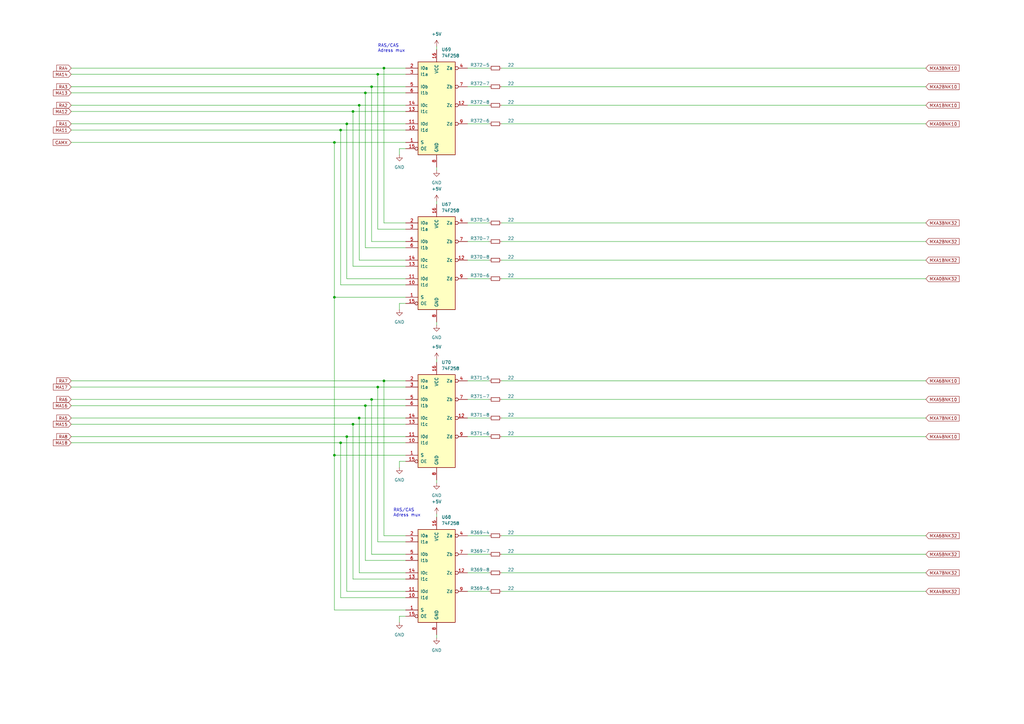
<source format=kicad_sch>
(kicad_sch (version 20211123) (generator eeschema)
  (paper "A3")
  (lib_symbols
    (symbol "74xx:74LS258" (pin_names (offset 1.016))
      (property "Reference" "U" (at -7.62 19.05 0))
      (property "Value" "74LS258" (at -7.62 -21.59 0))
      (symbol "74LS258_1_0"
        (pin input line (at -12.7 -15.24 0) (length 5.08) (name "S") (number "1"))
        (pin input line (at -12.7 -10.16 0) (length 5.08) (name "I1d") (number "10"))
        (pin input line (at -12.7 -7.62 0) (length 5.08) (name "I0d") (number "11"))
        (pin tri_state inverted (at 12.7 0 180) (length 5.08) (name "Zc") (number "12"))
        (pin input line (at -12.7 -2.54 0) (length 5.08) (name "I1c") (number "13"))
        (pin input line (at -12.7 0 0) (length 5.08) (name "I0c") (number "14"))
        (pin input inverted (at -12.7 -17.78 0) (length 5.08) (name "OE") (number "15"))
        (pin power_in line (at 0 22.86 270) (length 5.08) (name "VCC") (number "16"))
        (pin input line (at -12.7 15.24 0) (length 5.08) (name "I0a") (number "2"))
        (pin input line (at -12.7 12.7 0) (length 5.08) (name "I1a") (number "3"))
        (pin tri_state inverted (at 12.7 15.24 180) (length 5.08) (name "Za") (number "4"))
        (pin input line (at -12.7 7.62 0) (length 5.08) (name "I0b") (number "5"))
        (pin input line (at -12.7 5.08 0) (length 5.08) (name "I1b") (number "6"))
        (pin tri_state inverted (at 12.7 7.62 180) (length 5.08) (name "Zb") (number "7"))
        (pin power_in line (at 0 -25.4 90) (length 5.08) (name "GND") (number "8"))
        (pin tri_state inverted (at 12.7 -7.62 180) (length 5.08) (name "Zd") (number "9"))
      )
      (symbol "74LS258_1_1"
        (rectangle (start -7.62 17.78) (end 7.62 -20.32) (stroke (width 0.254)) (fill (type background)))
      )
    )
    (symbol "Device:R_Small" (pin_numbers hide) (pin_names (offset 0.254) hide)
      (property "Reference" "R" (at 0.762 0.508 0))
      (property "Value" "R_Small" (at 0.762 -1.016 0))
      (symbol "R_Small_0_1"
        (rectangle (start -0.762 1.778) (end 0.762 -1.778) (stroke (width 0.2032)))
      )
      (symbol "R_Small_1_1"
        (pin passive line (at 0 2.54 270) (length 0.762) (name "~") (number "1"))
        (pin passive line (at 0 -2.54 90) (length 0.762) (name "~") (number "2"))
      )
    )
    (symbol "power:+5V" (power) (pin_names (offset 0))
      (property "Value" "+5V" (at 0 3.556 0))
      (symbol "+5V_0_1"
        (polyline (pts (xy -0.762 1.27) (xy 0 2.54)))
        (polyline (pts (xy 0 0) (xy 0 2.54)))
        (polyline (pts (xy 0 2.54) (xy 0.762 1.27)))
      )
      (symbol "+5V_1_1"
        (pin power_in line (at 0 0 90) (length 0) hide (name "+5V") (number "1"))
      )
    )
    (symbol "power:GND" (power) (pin_names (offset 0))
      (property "Value" "GND" (at 0 -3.81 0))
      (symbol "GND_0_1"
        (polyline (pts (xy 0 0) (xy 0 -1.27) (xy 1.27 -1.27) (xy 0 -2.54) (xy -1.27 -1.27) (xy 0 -1.27)))
      )
      (symbol "GND_1_1"
        (pin power_in line (at 0 0 270) (length 0) hide (name "GND") (number "1"))
      )
    )
  )
  (junction (at 157.48 156.21))
  (junction (at 147.32 171.45))
  (junction (at 154.94 30.48))
  (junction (at 144.78 173.99))
  (junction (at 137.16 121.92))
  (junction (at 137.16 58.42))
  (junction (at 152.4 163.83))
  (junction (at 142.24 50.8))
  (junction (at 137.16 186.69))
  (junction (at 149.86 166.37))
  (junction (at 154.94 158.75))
  (junction (at 152.4 35.56))
  (junction (at 157.48 27.94))
  (junction (at 139.7 53.34))
  (junction (at 149.86 38.1))
  (junction (at 139.7 181.61))
  (junction (at 144.78 45.72))
  (junction (at 147.32 43.18))
  (junction (at 142.24 179.07))
  (wire (pts (xy 137.16 250.19) (xy 137.16 186.69)))
  (wire (pts (xy 154.94 158.75) (xy 29.21 158.75)))
  (wire (pts (xy 142.24 242.57) (xy 142.24 179.07)))
  (wire (pts (xy 144.78 173.99) (xy 29.21 173.99)))
  (wire (pts (xy 157.48 27.94) (xy 166.37 27.94)))
  (wire (pts (xy 166.37 250.19) (xy 137.16 250.19)))
  (wire (pts (xy 142.24 114.3) (xy 142.24 50.8)))
  (wire (pts (xy 149.86 101.6) (xy 149.86 38.1)))
  (wire (pts (xy 179.07 260.35) (xy 179.07 261.62)))
  (wire (pts (xy 163.83 124.46) (xy 166.37 124.46)))
  (wire (pts (xy 179.07 147.32) (xy 179.07 148.59)))
  (wire (pts (xy 29.21 53.34) (xy 139.7 53.34)))
  (wire (pts (xy 191.77 35.56) (xy 200.66 35.56)))
  (wire (pts (xy 205.74 91.44) (xy 379.73 91.44)))
  (wire (pts (xy 157.48 156.21) (xy 157.48 219.71)))
  (wire (pts (xy 205.74 156.21) (xy 379.73 156.21)))
  (wire (pts (xy 163.83 60.96) (xy 166.37 60.96)))
  (wire (pts (xy 166.37 242.57) (xy 142.24 242.57)))
  (wire (pts (xy 139.7 245.11) (xy 139.7 181.61)))
  (wire (pts (xy 166.37 109.22) (xy 144.78 109.22)))
  (wire (pts (xy 29.21 163.83) (xy 152.4 163.83)))
  (wire (pts (xy 152.4 227.33) (xy 152.4 163.83)))
  (wire (pts (xy 205.74 27.94) (xy 379.73 27.94)))
  (wire (pts (xy 179.07 210.82) (xy 179.07 212.09)))
  (wire (pts (xy 154.94 30.48) (xy 29.21 30.48)))
  (wire (pts (xy 147.32 234.95) (xy 147.32 171.45)))
  (wire (pts (xy 191.77 43.18) (xy 200.66 43.18)))
  (wire (pts (xy 166.37 229.87) (xy 149.86 229.87)))
  (wire (pts (xy 166.37 116.84) (xy 139.7 116.84)))
  (wire (pts (xy 163.83 191.77) (xy 163.83 189.23)))
  (wire (pts (xy 166.37 219.71) (xy 157.48 219.71)))
  (wire (pts (xy 166.37 222.25) (xy 154.94 222.25)))
  (wire (pts (xy 139.7 116.84) (xy 139.7 53.34)))
  (wire (pts (xy 191.77 106.68) (xy 200.66 106.68)))
  (wire (pts (xy 137.16 58.42) (xy 166.37 58.42)))
  (wire (pts (xy 191.77 163.83) (xy 200.66 163.83)))
  (wire (pts (xy 191.77 227.33) (xy 200.66 227.33)))
  (wire (pts (xy 166.37 173.99) (xy 144.78 173.99)))
  (wire (pts (xy 29.21 166.37) (xy 149.86 166.37)))
  (wire (pts (xy 163.83 189.23) (xy 166.37 189.23)))
  (wire (pts (xy 29.21 35.56) (xy 152.4 35.56)))
  (wire (pts (xy 29.21 27.94) (xy 157.48 27.94)))
  (wire (pts (xy 205.74 43.18) (xy 379.73 43.18)))
  (wire (pts (xy 29.21 38.1) (xy 149.86 38.1)))
  (wire (pts (xy 191.77 242.57) (xy 200.66 242.57)))
  (wire (pts (xy 144.78 45.72) (xy 29.21 45.72)))
  (wire (pts (xy 205.74 227.33) (xy 379.73 227.33)))
  (wire (pts (xy 166.37 93.98) (xy 154.94 93.98)))
  (wire (pts (xy 166.37 91.44) (xy 157.48 91.44)))
  (wire (pts (xy 29.21 50.8) (xy 142.24 50.8)))
  (wire (pts (xy 29.21 156.21) (xy 157.48 156.21)))
  (wire (pts (xy 191.77 114.3) (xy 200.66 114.3)))
  (wire (pts (xy 205.74 242.57) (xy 379.73 242.57)))
  (wire (pts (xy 29.21 43.18) (xy 147.32 43.18)))
  (wire (pts (xy 157.48 27.94) (xy 157.48 91.44)))
  (wire (pts (xy 166.37 245.11) (xy 139.7 245.11)))
  (wire (pts (xy 205.74 219.71) (xy 379.73 219.71)))
  (wire (pts (xy 205.74 171.45) (xy 379.73 171.45)))
  (wire (pts (xy 166.37 234.95) (xy 147.32 234.95)))
  (wire (pts (xy 29.21 179.07) (xy 142.24 179.07)))
  (wire (pts (xy 166.37 99.06) (xy 152.4 99.06)))
  (wire (pts (xy 157.48 156.21) (xy 166.37 156.21)))
  (wire (pts (xy 191.77 27.94) (xy 200.66 27.94)))
  (wire (pts (xy 179.07 132.08) (xy 179.07 133.35)))
  (wire (pts (xy 147.32 171.45) (xy 166.37 171.45)))
  (wire (pts (xy 152.4 35.56) (xy 166.37 35.56)))
  (wire (pts (xy 191.77 50.8) (xy 200.66 50.8)))
  (wire (pts (xy 191.77 219.71) (xy 200.66 219.71)))
  (wire (pts (xy 191.77 171.45) (xy 200.66 171.45)))
  (wire (pts (xy 163.83 252.73) (xy 166.37 252.73)))
  (wire (pts (xy 149.86 38.1) (xy 166.37 38.1)))
  (wire (pts (xy 205.74 179.07) (xy 379.73 179.07)))
  (wire (pts (xy 205.74 35.56) (xy 379.73 35.56)))
  (wire (pts (xy 166.37 227.33) (xy 152.4 227.33)))
  (wire (pts (xy 179.07 82.55) (xy 179.07 83.82)))
  (wire (pts (xy 142.24 179.07) (xy 166.37 179.07)))
  (wire (pts (xy 205.74 163.83) (xy 379.73 163.83)))
  (wire (pts (xy 166.37 121.92) (xy 137.16 121.92)))
  (wire (pts (xy 154.94 93.98) (xy 154.94 30.48)))
  (wire (pts (xy 166.37 106.68) (xy 147.32 106.68)))
  (wire (pts (xy 137.16 121.92) (xy 137.16 186.69)))
  (wire (pts (xy 29.21 181.61) (xy 139.7 181.61)))
  (wire (pts (xy 29.21 171.45) (xy 147.32 171.45)))
  (wire (pts (xy 152.4 99.06) (xy 152.4 35.56)))
  (wire (pts (xy 144.78 237.49) (xy 144.78 173.99)))
  (wire (pts (xy 137.16 121.92) (xy 137.16 58.42)))
  (wire (pts (xy 149.86 166.37) (xy 166.37 166.37)))
  (wire (pts (xy 163.83 255.27) (xy 163.83 252.73)))
  (wire (pts (xy 147.32 106.68) (xy 147.32 43.18)))
  (wire (pts (xy 191.77 99.06) (xy 200.66 99.06)))
  (wire (pts (xy 163.83 63.5) (xy 163.83 60.96)))
  (wire (pts (xy 191.77 91.44) (xy 200.66 91.44)))
  (wire (pts (xy 191.77 156.21) (xy 200.66 156.21)))
  (wire (pts (xy 154.94 222.25) (xy 154.94 158.75)))
  (wire (pts (xy 166.37 114.3) (xy 142.24 114.3)))
  (wire (pts (xy 179.07 196.85) (xy 179.07 198.12)))
  (wire (pts (xy 205.74 114.3) (xy 379.73 114.3)))
  (wire (pts (xy 205.74 50.8) (xy 379.73 50.8)))
  (wire (pts (xy 152.4 163.83) (xy 166.37 163.83)))
  (wire (pts (xy 179.07 19.05) (xy 179.07 20.32)))
  (wire (pts (xy 166.37 237.49) (xy 144.78 237.49)))
  (wire (pts (xy 166.37 101.6) (xy 149.86 101.6)))
  (wire (pts (xy 149.86 229.87) (xy 149.86 166.37)))
  (wire (pts (xy 205.74 106.68) (xy 379.73 106.68)))
  (wire (pts (xy 179.07 68.58) (xy 179.07 69.85)))
  (wire (pts (xy 139.7 53.34) (xy 166.37 53.34)))
  (wire (pts (xy 29.21 58.42) (xy 137.16 58.42)))
  (wire (pts (xy 139.7 181.61) (xy 166.37 181.61)))
  (wire (pts (xy 205.74 234.95) (xy 379.73 234.95)))
  (wire (pts (xy 166.37 45.72) (xy 144.78 45.72)))
  (wire (pts (xy 163.83 127) (xy 163.83 124.46)))
  (wire (pts (xy 191.77 179.07) (xy 200.66 179.07)))
  (wire (pts (xy 205.74 99.06) (xy 379.73 99.06)))
  (wire (pts (xy 166.37 158.75) (xy 154.94 158.75)))
  (wire (pts (xy 144.78 109.22) (xy 144.78 45.72)))
  (wire (pts (xy 137.16 186.69) (xy 166.37 186.69)))
  (wire (pts (xy 191.77 234.95) (xy 200.66 234.95)))
  (wire (pts (xy 142.24 50.8) (xy 166.37 50.8)))
  (wire (pts (xy 147.32 43.18) (xy 166.37 43.18)))
  (wire (pts (xy 166.37 30.48) (xy 154.94 30.48)))
  (text "RAS/CAS\nAdress mux" (at 154.94 21.59 0) (effects (font (size 1.27 1.27)) (justify left bottom)))
  (text "RAS/CAS\nAdress mux" (at 161.29 212.09 0) (effects (font (size 1.27 1.27)) (justify left bottom)))
  (global_label "MXA5BNK32" (shape input) (at 379.73 227.33 0) (property "Intersheet References" "${INTERSHEET_REFS}" (effects hide)))
  (global_label "MXA6BNK10" (shape input) (at 379.73 156.21 0) (property "Intersheet References" "${INTERSHEET_REFS}" (effects hide)))
  (global_label "RA6" (shape input) (at 29.21 163.83 180) (property "Intersheet References" "${INTERSHEET_REFS}" (effects hide)))
  (global_label "MA15" (shape input) (at 29.21 173.99 180) (property "Intersheet References" "${INTERSHEET_REFS}" (effects hide)))
  (global_label "RA2" (shape input) (at 29.21 43.18 180) (property "Intersheet References" "${INTERSHEET_REFS}" (effects hide)))
  (global_label "MXA0BNK10" (shape input) (at 379.73 50.8 0) (property "Intersheet References" "${INTERSHEET_REFS}" (effects hide)))
  (global_label "MXA7BNK10" (shape input) (at 379.73 171.45 0) (property "Intersheet References" "${INTERSHEET_REFS}" (effects hide)))
  (global_label "RA8" (shape input) (at 29.21 179.07 180) (property "Intersheet References" "${INTERSHEET_REFS}" (effects hide)))
  (global_label "MXA5BNK10" (shape input) (at 379.73 163.83 0) (property "Intersheet References" "${INTERSHEET_REFS}" (effects hide)))
  (global_label "MA16" (shape input) (at 29.21 166.37 180) (property "Intersheet References" "${INTERSHEET_REFS}" (effects hide)))
  (global_label "MXA0BNK32" (shape input) (at 379.73 114.3 0) (property "Intersheet References" "${INTERSHEET_REFS}" (effects hide)))
  (global_label "MXA1BNK10" (shape input) (at 379.73 43.18 0) (property "Intersheet References" "${INTERSHEET_REFS}" (effects hide)))
  (global_label "MA12" (shape input) (at 29.21 45.72 180) (property "Intersheet References" "${INTERSHEET_REFS}" (effects hide)))
  (global_label "RA3" (shape input) (at 29.21 35.56 180) (property "Intersheet References" "${INTERSHEET_REFS}" (effects hide)))
  (global_label "MA14" (shape input) (at 29.21 30.48 180) (property "Intersheet References" "${INTERSHEET_REFS}" (effects hide)))
  (global_label "MXA1BNK32" (shape input) (at 379.73 106.68 0) (property "Intersheet References" "${INTERSHEET_REFS}" (effects hide)))
  (global_label "MXA4BNK10" (shape input) (at 379.73 179.07 0) (property "Intersheet References" "${INTERSHEET_REFS}" (effects hide)))
  (global_label "MA17" (shape input) (at 29.21 158.75 180) (property "Intersheet References" "${INTERSHEET_REFS}" (effects hide)))
  (global_label "MXA7BNK32" (shape input) (at 379.73 234.95 0) (property "Intersheet References" "${INTERSHEET_REFS}" (effects hide)))
  (global_label "MXA4BNK32" (shape input) (at 379.73 242.57 0) (property "Intersheet References" "${INTERSHEET_REFS}" (effects hide)))
  (global_label "MXA3BNK10" (shape input) (at 379.73 27.94 0) (property "Intersheet References" "${INTERSHEET_REFS}" (effects hide)))
  (global_label "MA18" (shape input) (at 29.21 181.61 180) (property "Intersheet References" "${INTERSHEET_REFS}" (effects hide)))
  (global_label "MA13" (shape input) (at 29.21 38.1 180) (property "Intersheet References" "${INTERSHEET_REFS}" (effects hide)))
  (global_label "MXA2BNK10" (shape input) (at 379.73 35.56 0) (property "Intersheet References" "${INTERSHEET_REFS}" (effects hide)))
  (global_label "RA5" (shape input) (at 29.21 171.45 180) (property "Intersheet References" "${INTERSHEET_REFS}" (effects hide)))
  (global_label "RA4" (shape input) (at 29.21 27.94 180) (property "Intersheet References" "${INTERSHEET_REFS}" (effects hide)))
  (global_label "RA1" (shape input) (at 29.21 50.8 180) (property "Intersheet References" "${INTERSHEET_REFS}" (effects hide)))
  (global_label "RA7" (shape input) (at 29.21 156.21 180) (property "Intersheet References" "${INTERSHEET_REFS}" (effects hide)))
  (global_label "MXA3BNK32" (shape input) (at 379.73 91.44 0) (property "Intersheet References" "${INTERSHEET_REFS}" (effects hide)))
  (global_label "MXA6BNK32" (shape input) (at 379.73 219.71 0) (property "Intersheet References" "${INTERSHEET_REFS}" (effects hide)))
  (global_label "MXA2BNK32" (shape input) (at 379.73 99.06 0) (property "Intersheet References" "${INTERSHEET_REFS}" (effects hide)))
  (global_label "CAMX" (shape input) (at 29.21 58.42 180) (property "Intersheet References" "${INTERSHEET_REFS}" (effects hide)))
  (global_label "MA11" (shape input) (at 29.21 53.34 180) (property "Intersheet References" "${INTERSHEET_REFS}" (effects hide)))
  (symbol (lib_id "Device:R_Small") (at 203.2 171.45 90) (unit 1)
    (property "Reference" "R371-8" (at 196.85 170.18 90))
    (property "Value" "22" (at 209.55 170.18 90))
    (property "Footprint" "Resistor_SMD:R_0402_1005Metric" (effects hide))
  )
  (symbol (lib_id "Device:R_Small") (at 203.2 27.94 90) (unit 1)
    (property "Reference" "R372-5" (at 196.85 26.67 90))
    (property "Value" "22" (at 209.55 26.67 90))
    (property "Footprint" "Resistor_SMD:R_0402_1005Metric" (effects hide))
  )
  (symbol (lib_id "power:GND") (at 163.83 255.27 0) (unit 1)
    (property "Reference" "#PWR0244" (effects hide))
    (property "Value" "GND" (at 163.83 260.35 0))
  )
  (symbol (lib_id "74xx:74LS258") (at 179.07 171.45 0) (unit 1)
    (property "Reference" "U70" (at 181.0894 148.59 0) (effects (justify left)))
    (property "Value" "74F258" (at 181.0894 151.13 0) (effects (justify left)))
    (property "Footprint" "Package_DIP:DIP-16_W7.62mm" (effects hide))
    (property "Datasheet" "http://www.ti.com/lit/gpn/sn74LS258" (effects hide))
  )
  (symbol (lib_id "Device:R_Small") (at 203.2 43.18 90) (unit 1)
    (property "Reference" "R372-8" (at 196.85 41.91 90))
    (property "Value" "22" (at 209.55 41.91 90))
    (property "Footprint" "Resistor_SMD:R_0402_1005Metric" (effects hide))
  )
  (symbol (lib_id "Device:R_Small") (at 203.2 35.56 90) (unit 1)
    (property "Reference" "R372-7" (at 196.85 34.29 90))
    (property "Value" "22" (at 209.55 34.29 90))
    (property "Footprint" "Resistor_SMD:R_0402_1005Metric" (effects hide))
  )
  (symbol (lib_id "power:+5V") (at 179.07 210.82 0) (unit 1)
    (property "Reference" "#PWR0241" (effects hide))
    (property "Value" "+5V" (at 179.07 205.74 0))
  )
  (symbol (lib_id "74xx:74LS258") (at 179.07 234.95 0) (unit 1)
    (property "Reference" "U68" (at 181.0894 212.09 0) (effects (justify left)))
    (property "Value" "74F258" (at 181.0894 214.63 0) (effects (justify left)))
    (property "Footprint" "Package_DIP:DIP-16_W7.62mm" (effects hide))
    (property "Datasheet" "http://www.ti.com/lit/gpn/sn74LS258" (effects hide))
  )
  (symbol (lib_id "Device:R_Small") (at 203.2 156.21 90) (unit 1)
    (property "Reference" "R371-5" (at 196.85 154.94 90))
    (property "Value" "22" (at 209.55 154.94 90))
    (property "Footprint" "Resistor_SMD:R_0402_1005Metric" (effects hide))
  )
  (symbol (lib_id "Device:R_Small") (at 203.2 50.8 90) (unit 1)
    (property "Reference" "R372-6" (at 196.85 49.53 90))
    (property "Value" "22" (at 209.55 49.53 90))
    (property "Footprint" "Resistor_SMD:R_0402_1005Metric" (effects hide))
  )
  (symbol (lib_id "power:+5V") (at 179.07 19.05 0) (unit 1)
    (property "Reference" "#PWR0247" (effects hide))
    (property "Value" "+5V" (at 179.07 13.97 0))
  )
  (symbol (lib_id "power:+5V") (at 179.07 147.32 0) (unit 1)
    (property "Reference" "#PWR0239" (effects hide))
    (property "Value" "+5V" (at 179.07 142.24 0))
  )
  (symbol (lib_id "power:GND") (at 179.07 198.12 0) (unit 1)
    (property "Reference" "#PWR0242" (effects hide))
    (property "Value" "GND" (at 179.07 203.2 0))
  )
  (symbol (lib_id "power:GND") (at 163.83 191.77 0) (unit 1)
    (property "Reference" "#PWR0240" (effects hide))
    (property "Value" "GND" (at 163.83 196.85 0))
  )
  (symbol (lib_id "Device:R_Small") (at 203.2 106.68 90) (unit 1)
    (property "Reference" "R370-8" (at 196.85 105.41 90))
    (property "Value" "22" (at 209.55 105.41 90))
    (property "Footprint" "Resistor_SMD:R_0402_1005Metric" (effects hide))
  )
  (symbol (lib_id "Device:R_Small") (at 203.2 242.57 90) (unit 1)
    (property "Reference" "R369-6" (at 196.85 241.3 90))
    (property "Value" "22" (at 209.55 241.3 90))
    (property "Footprint" "Resistor_SMD:R_0402_1005Metric" (effects hide))
  )
  (symbol (lib_id "Device:R_Small") (at 203.2 179.07 90) (unit 1)
    (property "Reference" "R371-6" (at 196.85 177.8 90))
    (property "Value" "22" (at 209.55 177.8 90))
    (property "Footprint" "Resistor_SMD:R_0402_1005Metric" (effects hide))
  )
  (symbol (lib_id "74xx:74LS258") (at 179.07 106.68 0) (unit 1)
    (property "Reference" "U67" (at 181.0894 83.82 0) (effects (justify left)))
    (property "Value" "74F258" (at 181.0894 86.36 0) (effects (justify left)))
    (property "Footprint" "Package_DIP:DIP-16_W7.62mm" (effects hide))
    (property "Datasheet" "http://www.ti.com/lit/gpn/sn74LS258" (effects hide))
  )
  (symbol (lib_id "Device:R_Small") (at 203.2 99.06 90) (unit 1)
    (property "Reference" "R370-7" (at 196.85 97.79 90))
    (property "Value" "22" (at 209.55 97.79 90))
    (property "Footprint" "Resistor_SMD:R_0402_1005Metric" (effects hide))
  )
  (symbol (lib_id "power:GND") (at 179.07 69.85 0) (unit 1)
    (property "Reference" "#PWR0249" (effects hide))
    (property "Value" "GND" (at 179.07 74.93 0))
  )
  (symbol (lib_id "power:GND") (at 163.83 63.5 0) (unit 1)
    (property "Reference" "#PWR0246" (effects hide))
    (property "Value" "GND" (at 163.83 68.58 0))
  )
  (symbol (lib_id "power:GND") (at 163.83 127 0) (unit 1)
    (property "Reference" "#PWR0243" (effects hide))
    (property "Value" "GND" (at 163.83 132.08 0))
  )
  (symbol (lib_id "power:+5V") (at 179.07 82.55 0) (unit 1)
    (property "Reference" "#PWR0248" (effects hide))
    (property "Value" "+5V" (at 179.07 77.47 0))
  )
  (symbol (lib_id "power:GND") (at 179.07 261.62 0) (unit 1)
    (property "Reference" "#PWR0245" (effects hide))
    (property "Value" "GND" (at 179.07 266.7 0))
  )
  (symbol (lib_id "power:GND") (at 179.07 133.35 0) (unit 1)
    (property "Reference" "#PWR0238" (effects hide))
    (property "Value" "GND" (at 179.07 138.43 0))
  )
  (symbol (lib_id "74xx:74LS258") (at 179.07 43.18 0) (unit 1)
    (property "Reference" "U69" (at 181.0894 20.32 0) (effects (justify left)))
    (property "Value" "74F258" (at 181.0894 22.86 0) (effects (justify left)))
    (property "Footprint" "Package_DIP:DIP-16_W7.62mm" (effects hide))
    (property "Datasheet" "http://www.ti.com/lit/gpn/sn74LS258" (effects hide))
  )
  (symbol (lib_id "Device:R_Small") (at 203.2 163.83 90) (unit 1)
    (property "Reference" "R371-7" (at 196.85 162.56 90))
    (property "Value" "22" (at 209.55 162.56 90))
    (property "Footprint" "Resistor_SMD:R_0402_1005Metric" (effects hide))
  )
  (symbol (lib_id "Device:R_Small") (at 203.2 227.33 90) (unit 1)
    (property "Reference" "R369-7" (at 196.85 226.06 90))
    (property "Value" "22" (at 209.55 226.06 90))
    (property "Footprint" "Resistor_SMD:R_0402_1005Metric" (effects hide))
  )
  (symbol (lib_id "Device:R_Small") (at 203.2 114.3 90) (unit 1)
    (property "Reference" "R370-6" (at 196.85 113.03 90))
    (property "Value" "22" (at 209.55 113.03 90))
    (property "Footprint" "Resistor_SMD:R_0402_1005Metric" (effects hide))
  )
  (symbol (lib_id "Device:R_Small") (at 203.2 91.44 90) (unit 1)
    (property "Reference" "R370-5" (at 196.85 90.17 90))
    (property "Value" "22" (at 209.55 90.17 90))
    (property "Footprint" "Resistor_SMD:R_0402_1005Metric" (effects hide))
  )
  (symbol (lib_id "Device:R_Small") (at 203.2 234.95 90) (unit 1)
    (property "Reference" "R369-8" (at 196.85 233.68 90))
    (property "Value" "22" (at 209.55 233.68 90))
    (property "Footprint" "Resistor_SMD:R_0402_1005Metric" (effects hide))
  )
  (symbol (lib_id "Device:R_Small") (at 203.2 219.71 90) (unit 1)
    (property "Reference" "R369-4" (at 196.85 218.44 90))
    (property "Value" "22" (at 209.55 218.44 90))
    (property "Footprint" "Resistor_SMD:R_0402_1005Metric" (effects hide))
  )
)
</source>
